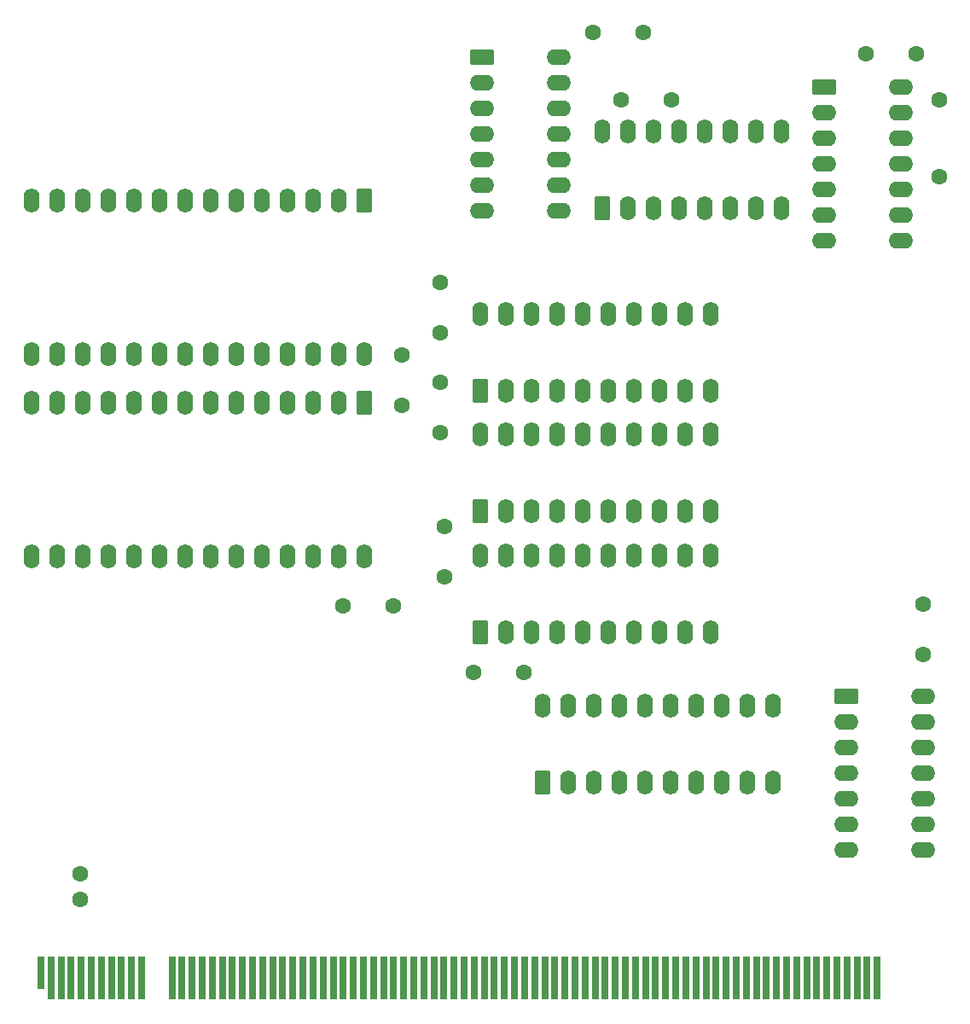
<source format=gbr>
%TF.GenerationSoftware,KiCad,Pcbnew,9.0.5*%
%TF.CreationDate,2025-11-19T18:12:50+02:00*%
%TF.ProjectId,core_2,636f7265-5f32-42e6-9b69-6361645f7063,rev?*%
%TF.SameCoordinates,Original*%
%TF.FileFunction,Soldermask,Bot*%
%TF.FilePolarity,Negative*%
%FSLAX46Y46*%
G04 Gerber Fmt 4.6, Leading zero omitted, Abs format (unit mm)*
G04 Created by KiCad (PCBNEW 9.0.5) date 2025-11-19 18:12:50*
%MOMM*%
%LPD*%
G01*
G04 APERTURE LIST*
G04 Aperture macros list*
%AMRoundRect*
0 Rectangle with rounded corners*
0 $1 Rounding radius*
0 $2 $3 $4 $5 $6 $7 $8 $9 X,Y pos of 4 corners*
0 Add a 4 corners polygon primitive as box body*
4,1,4,$2,$3,$4,$5,$6,$7,$8,$9,$2,$3,0*
0 Add four circle primitives for the rounded corners*
1,1,$1+$1,$2,$3*
1,1,$1+$1,$4,$5*
1,1,$1+$1,$6,$7*
1,1,$1+$1,$8,$9*
0 Add four rect primitives between the rounded corners*
20,1,$1+$1,$2,$3,$4,$5,0*
20,1,$1+$1,$4,$5,$6,$7,0*
20,1,$1+$1,$6,$7,$8,$9,0*
20,1,$1+$1,$8,$9,$2,$3,0*%
G04 Aperture macros list end*
%ADD10RoundRect,0.250000X-0.550000X0.950000X-0.550000X-0.950000X0.550000X-0.950000X0.550000X0.950000X0*%
%ADD11O,1.600000X2.400000*%
%ADD12C,1.600000*%
%ADD13RoundRect,0.250000X0.550000X-0.950000X0.550000X0.950000X-0.550000X0.950000X-0.550000X-0.950000X0*%
%ADD14RoundRect,0.250000X-0.950000X-0.550000X0.950000X-0.550000X0.950000X0.550000X-0.950000X0.550000X0*%
%ADD15O,2.400000X1.600000*%
%ADD16R,0.700000X3.200000*%
%ADD17R,0.700000X4.300000*%
G04 APERTURE END LIST*
D10*
%TO.C,TABLE7*%
X225000000Y-51000000D03*
D11*
X222460000Y-51000000D03*
X219920000Y-51000000D03*
X217380000Y-51000000D03*
X214840000Y-51000000D03*
X212300000Y-51000000D03*
X209760000Y-51000000D03*
X207220000Y-51000000D03*
X204680000Y-51000000D03*
X202140000Y-51000000D03*
X199600000Y-51000000D03*
X197060000Y-51000000D03*
X194520000Y-51000000D03*
X191980000Y-51000000D03*
X191980000Y-66240000D03*
X194520000Y-66240000D03*
X197060000Y-66240000D03*
X199600000Y-66240000D03*
X202140000Y-66240000D03*
X204680000Y-66240000D03*
X207220000Y-66240000D03*
X209760000Y-66240000D03*
X212300000Y-66240000D03*
X214840000Y-66240000D03*
X217380000Y-66240000D03*
X219920000Y-66240000D03*
X222460000Y-66240000D03*
X225000000Y-66240000D03*
%TD*%
D12*
%TO.C,C4*%
X196850000Y-100300000D03*
X196850000Y-97800000D03*
%TD*%
D13*
%TO.C,U2*%
X236570000Y-49810000D03*
D11*
X239110000Y-49810000D03*
X241650000Y-49810000D03*
X244190000Y-49810000D03*
X246730000Y-49810000D03*
X249270000Y-49810000D03*
X251810000Y-49810000D03*
X254350000Y-49810000D03*
X256890000Y-49810000D03*
X259430000Y-49810000D03*
X259430000Y-42190000D03*
X256890000Y-42190000D03*
X254350000Y-42190000D03*
X251810000Y-42190000D03*
X249270000Y-42190000D03*
X246730000Y-42190000D03*
X244190000Y-42190000D03*
X241650000Y-42190000D03*
X239110000Y-42190000D03*
X236570000Y-42190000D03*
%TD*%
D12*
%TO.C,C8*%
X232600000Y-49000000D03*
X232600000Y-54000000D03*
%TD*%
%TO.C,C17*%
X250500000Y-21000000D03*
X255500000Y-21000000D03*
%TD*%
D13*
%TO.C,STEP1*%
X248700000Y-31720000D03*
D11*
X251240000Y-31720000D03*
X253780000Y-31720000D03*
X256320000Y-31720000D03*
X258860000Y-31720000D03*
X261400000Y-31720000D03*
X263940000Y-31720000D03*
X266480000Y-31720000D03*
X266480000Y-24100000D03*
X263940000Y-24100000D03*
X261400000Y-24100000D03*
X258860000Y-24100000D03*
X256320000Y-24100000D03*
X253780000Y-24100000D03*
X251240000Y-24100000D03*
X248700000Y-24100000D03*
%TD*%
D12*
%TO.C,C11*%
X247750000Y-14250000D03*
X252750000Y-14250000D03*
%TD*%
%TO.C,C9*%
X233000000Y-63300000D03*
X233000000Y-68300000D03*
%TD*%
D14*
%TO.C,U5*%
X272880000Y-80160000D03*
D15*
X272880000Y-82700000D03*
X272880000Y-85240000D03*
X272880000Y-87780000D03*
X272880000Y-90320000D03*
X272880000Y-92860000D03*
X272880000Y-95400000D03*
X280500000Y-95400000D03*
X280500000Y-92860000D03*
X280500000Y-90320000D03*
X280500000Y-87780000D03*
X280500000Y-85240000D03*
X280500000Y-82700000D03*
X280500000Y-80160000D03*
%TD*%
D12*
%TO.C,C12*%
X279800000Y-16400000D03*
X274800000Y-16400000D03*
%TD*%
%TO.C,C7*%
X232600000Y-44100000D03*
X232600000Y-39100000D03*
%TD*%
D10*
%TO.C,TABLE8*%
X225000000Y-31000000D03*
D11*
X222460000Y-31000000D03*
X219920000Y-31000000D03*
X217380000Y-31000000D03*
X214840000Y-31000000D03*
X212300000Y-31000000D03*
X209760000Y-31000000D03*
X207220000Y-31000000D03*
X204680000Y-31000000D03*
X202140000Y-31000000D03*
X199600000Y-31000000D03*
X197060000Y-31000000D03*
X194520000Y-31000000D03*
X191980000Y-31000000D03*
X191980000Y-46240000D03*
X194520000Y-46240000D03*
X197060000Y-46240000D03*
X199600000Y-46240000D03*
X202140000Y-46240000D03*
X204680000Y-46240000D03*
X207220000Y-46240000D03*
X209760000Y-46240000D03*
X212300000Y-46240000D03*
X214840000Y-46240000D03*
X217380000Y-46240000D03*
X219920000Y-46240000D03*
X222460000Y-46240000D03*
X225000000Y-46240000D03*
%TD*%
D12*
%TO.C,C2*%
X228750000Y-46250000D03*
X228750000Y-51250000D03*
%TD*%
D13*
%TO.C,B_IN1*%
X236570000Y-73810000D03*
D11*
X239110000Y-73810000D03*
X241650000Y-73810000D03*
X244190000Y-73810000D03*
X246730000Y-73810000D03*
X249270000Y-73810000D03*
X251810000Y-73810000D03*
X254350000Y-73810000D03*
X256890000Y-73810000D03*
X259430000Y-73810000D03*
X259430000Y-66190000D03*
X256890000Y-66190000D03*
X254350000Y-66190000D03*
X251810000Y-66190000D03*
X249270000Y-66190000D03*
X246730000Y-66190000D03*
X244190000Y-66190000D03*
X241650000Y-66190000D03*
X239110000Y-66190000D03*
X236570000Y-66190000D03*
%TD*%
D14*
%TO.C,U1*%
X236700000Y-16720000D03*
D15*
X236700000Y-19260000D03*
X236700000Y-21800000D03*
X236700000Y-24340000D03*
X236700000Y-26880000D03*
X236700000Y-29420000D03*
X236700000Y-31960000D03*
X244320000Y-31960000D03*
X244320000Y-29420000D03*
X244320000Y-26880000D03*
X244320000Y-24340000D03*
X244320000Y-21800000D03*
X244320000Y-19260000D03*
X244320000Y-16720000D03*
%TD*%
D12*
%TO.C,C3*%
X280500000Y-76000000D03*
X280500000Y-71000000D03*
%TD*%
D13*
%TO.C,B_OUT0*%
X236570000Y-61810000D03*
D11*
X239110000Y-61810000D03*
X241650000Y-61810000D03*
X244190000Y-61810000D03*
X246730000Y-61810000D03*
X249270000Y-61810000D03*
X251810000Y-61810000D03*
X254350000Y-61810000D03*
X256890000Y-61810000D03*
X259430000Y-61810000D03*
X259430000Y-54190000D03*
X256890000Y-54190000D03*
X254350000Y-54190000D03*
X251810000Y-54190000D03*
X249270000Y-54190000D03*
X246730000Y-54190000D03*
X244190000Y-54190000D03*
X241650000Y-54190000D03*
X239110000Y-54190000D03*
X236570000Y-54190000D03*
%TD*%
D12*
%TO.C,C6*%
X235900000Y-77800000D03*
X240900000Y-77800000D03*
%TD*%
%TO.C,R2*%
X282100000Y-20990000D03*
X282100000Y-28610000D03*
%TD*%
D13*
%TO.C,B_IN0*%
X242720000Y-88720000D03*
D11*
X245260000Y-88720000D03*
X247800000Y-88720000D03*
X250340000Y-88720000D03*
X252880000Y-88720000D03*
X255420000Y-88720000D03*
X257960000Y-88720000D03*
X260500000Y-88720000D03*
X263040000Y-88720000D03*
X265580000Y-88720000D03*
X265580000Y-81100000D03*
X263040000Y-81100000D03*
X260500000Y-81100000D03*
X257960000Y-81100000D03*
X255420000Y-81100000D03*
X252880000Y-81100000D03*
X250340000Y-81100000D03*
X247800000Y-81100000D03*
X245260000Y-81100000D03*
X242720000Y-81100000D03*
%TD*%
D14*
%TO.C,U3*%
X270700000Y-19720000D03*
D15*
X270700000Y-22260000D03*
X270700000Y-24800000D03*
X270700000Y-27340000D03*
X270700000Y-29880000D03*
X270700000Y-32420000D03*
X270700000Y-34960000D03*
X278320000Y-34960000D03*
X278320000Y-32420000D03*
X278320000Y-29880000D03*
X278320000Y-27340000D03*
X278320000Y-24800000D03*
X278320000Y-22260000D03*
X278320000Y-19720000D03*
%TD*%
D16*
%TO.C,BC1*%
X192950000Y-107550000D03*
D17*
X193950000Y-108100000D03*
X194950000Y-108100000D03*
X195950000Y-108100000D03*
X196950000Y-108100000D03*
X197950000Y-108100000D03*
X198950000Y-108100000D03*
X199950000Y-108100000D03*
X200950000Y-108100000D03*
X201950000Y-108100000D03*
X202950000Y-108100000D03*
X205950000Y-108100000D03*
X206950000Y-108100000D03*
X207950000Y-108100000D03*
X208950000Y-108100000D03*
X209950000Y-108100000D03*
X210950000Y-108100000D03*
X211950000Y-108100000D03*
X212950000Y-108100000D03*
X213950000Y-108100000D03*
X214950000Y-108100000D03*
X215950000Y-108100000D03*
X216950000Y-108100000D03*
X217950000Y-108100000D03*
X218950000Y-108100000D03*
X219950000Y-108100000D03*
X220950000Y-108100000D03*
X221950000Y-108100000D03*
X222950000Y-108100000D03*
X223950000Y-108100000D03*
X224950000Y-108100000D03*
X225950000Y-108100000D03*
X226950000Y-108100000D03*
X227950000Y-108100000D03*
X228950000Y-108100000D03*
X229950000Y-108100000D03*
X230950000Y-108100000D03*
X231950000Y-108100000D03*
X232950000Y-108100000D03*
X233950000Y-108100000D03*
X234950000Y-108100000D03*
X235950000Y-108100000D03*
X236950000Y-108100000D03*
X237950000Y-108100000D03*
X238950000Y-108100000D03*
X239950000Y-108100000D03*
X240950000Y-108100000D03*
X241950000Y-108100000D03*
X242950000Y-108100000D03*
X243950000Y-108100000D03*
X244950000Y-108100000D03*
X245950000Y-108100000D03*
X246950000Y-108100000D03*
X247950000Y-108100000D03*
X248950000Y-108100000D03*
X249950000Y-108100000D03*
X250950000Y-108100000D03*
X251950000Y-108100000D03*
X252950000Y-108100000D03*
X253950000Y-108100000D03*
X254950000Y-108100000D03*
X255950000Y-108100000D03*
X256950000Y-108100000D03*
X257950000Y-108100000D03*
X258950000Y-108100000D03*
X259950000Y-108100000D03*
X260950000Y-108100000D03*
X261950000Y-108100000D03*
X262950000Y-108100000D03*
X263950000Y-108100000D03*
X264950000Y-108100000D03*
X265950000Y-108100000D03*
X266950000Y-108100000D03*
X267950000Y-108100000D03*
X268950000Y-108100000D03*
X269950000Y-108100000D03*
X270950000Y-108100000D03*
X271950000Y-108100000D03*
X272950000Y-108100000D03*
X273950000Y-108100000D03*
X274950000Y-108100000D03*
X275950000Y-108100000D03*
%TD*%
D12*
%TO.C,C1*%
X227900000Y-71200000D03*
X222900000Y-71200000D03*
%TD*%
M02*

</source>
